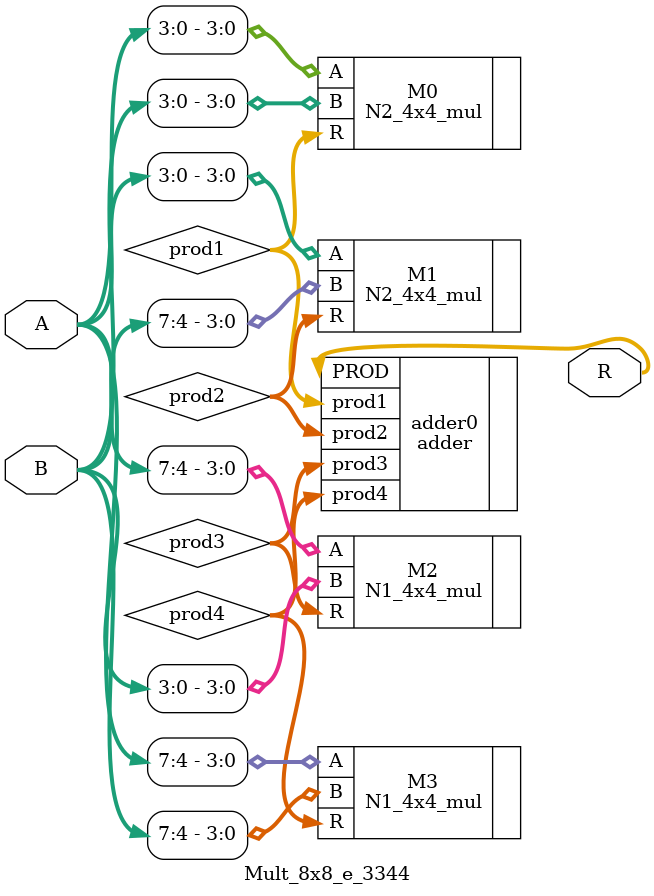
<source format=v>
module Mult_8x8_e_3344(
input [7:0] A,
input [7:0] B,
output [15:0]R
);
wire [7:0]prod1;
wire [7:0]prod2;
wire [7:0]prod3;
wire [7:0]prod4;

N2_4x4_mul M0(.A(A[3:0]),.B(B[3:0]),.R(prod1));
N2_4x4_mul M1(.A(A[3:0]),.B(B[7:4]),.R(prod2));
N1_4x4_mul M2(.A(A[7:4]),.B(B[3:0]),.R(prod3));
N1_4x4_mul M3(.A(A[7:4]),.B(B[7:4]),.R(prod4));
adder adder0(.prod1(prod1),.prod2(prod2),.prod3(prod3),.prod4(prod4),.PROD(R));
endmodule

</source>
